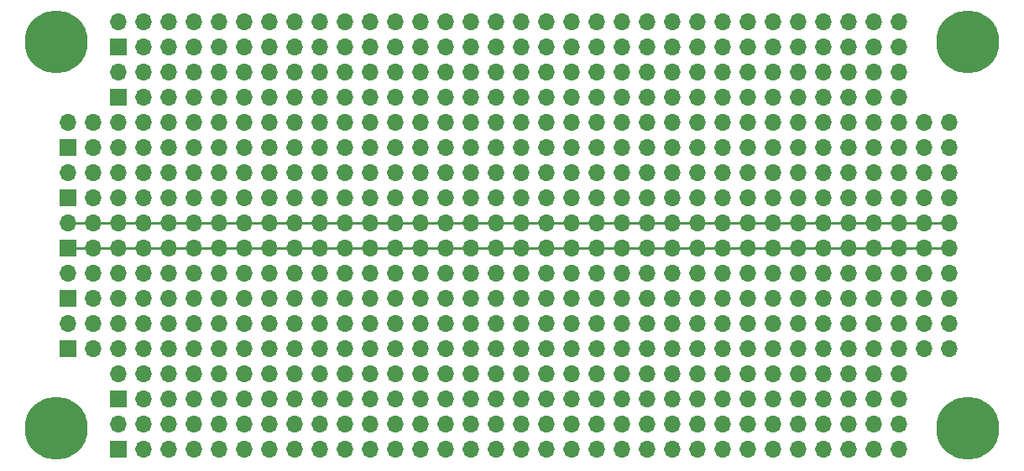
<source format=gtl>
%TF.GenerationSoftware,KiCad,Pcbnew,(6.0.1)*%
%TF.CreationDate,2022-10-05T19:20:55-04:00*%
%TF.ProjectId,MOD-DIY,4d4f442d-4449-4592-9e6b-696361645f70,rev?*%
%TF.SameCoordinates,Original*%
%TF.FileFunction,Copper,L1,Top*%
%TF.FilePolarity,Positive*%
%FSLAX46Y46*%
G04 Gerber Fmt 4.6, Leading zero omitted, Abs format (unit mm)*
G04 Created by KiCad (PCBNEW (6.0.1)) date 2022-10-05 19:20:55*
%MOMM*%
%LPD*%
G01*
G04 APERTURE LIST*
%TA.AperFunction,ComponentPad*%
%ADD10R,1.700000X1.700000*%
%TD*%
%TA.AperFunction,ComponentPad*%
%ADD11O,1.700000X1.700000*%
%TD*%
%TA.AperFunction,ComponentPad*%
%ADD12C,6.350000*%
%TD*%
%TA.AperFunction,Conductor*%
%ADD13C,0.250000*%
%TD*%
G04 APERTURE END LIST*
D10*
%TO.P,J7,1,Pin_1*%
%TO.N,/E01*%
X95250000Y-59690000D03*
D11*
%TO.P,J7,2,Pin_2*%
X95250000Y-57150000D03*
%TO.P,J7,3,Pin_3*%
%TO.N,/E03*%
X97790000Y-59690000D03*
%TO.P,J7,4,Pin_4*%
X97790000Y-57150000D03*
%TO.P,J7,5,Pin_5*%
%TO.N,/N01*%
X100330000Y-59690000D03*
%TO.P,J7,6,Pin_6*%
X100330000Y-57150000D03*
%TO.P,J7,7,Pin_7*%
%TO.N,/N03*%
X102870000Y-59690000D03*
%TO.P,J7,8,Pin_8*%
X102870000Y-57150000D03*
%TO.P,J7,9,Pin_9*%
%TO.N,/N05*%
X105410000Y-59690000D03*
%TO.P,J7,10,Pin_10*%
X105410000Y-57150000D03*
%TO.P,J7,11,Pin_11*%
%TO.N,/N07*%
X107950000Y-59690000D03*
%TO.P,J7,12,Pin_12*%
X107950000Y-57150000D03*
%TO.P,J7,13,Pin_13*%
%TO.N,/N09*%
X110490000Y-59690000D03*
%TO.P,J7,14,Pin_14*%
X110490000Y-57150000D03*
%TO.P,J7,15,Pin_15*%
%TO.N,/N11*%
X113030000Y-59690000D03*
%TO.P,J7,16,Pin_16*%
X113030000Y-57150000D03*
%TO.P,J7,17,Pin_17*%
%TO.N,/N13*%
X115570000Y-59690000D03*
%TO.P,J7,18,Pin_18*%
X115570000Y-57150000D03*
%TO.P,J7,19,Pin_19*%
%TO.N,/N15*%
X118110000Y-59690000D03*
%TO.P,J7,20,Pin_20*%
X118110000Y-57150000D03*
%TO.P,J7,21,Pin_21*%
%TO.N,/N17*%
X120650000Y-59690000D03*
%TO.P,J7,22,Pin_22*%
X120650000Y-57150000D03*
%TO.P,J7,23,Pin_23*%
%TO.N,/N19*%
X123190000Y-59690000D03*
%TO.P,J7,24,Pin_24*%
X123190000Y-57150000D03*
%TO.P,J7,25,Pin_25*%
%TO.N,/N21*%
X125730000Y-59690000D03*
%TO.P,J7,26,Pin_26*%
X125730000Y-57150000D03*
%TO.P,J7,27,Pin_27*%
%TO.N,/N23*%
X128270000Y-59690000D03*
%TO.P,J7,28,Pin_28*%
X128270000Y-57150000D03*
%TO.P,J7,29,Pin_29*%
%TO.N,/N25*%
X130810000Y-59690000D03*
%TO.P,J7,30,Pin_30*%
X130810000Y-57150000D03*
%TO.P,J7,31,Pin_31*%
%TO.N,/N27*%
X133350000Y-59690000D03*
%TO.P,J7,32,Pin_32*%
X133350000Y-57150000D03*
%TO.P,J7,33,Pin_33*%
%TO.N,/N29*%
X135890000Y-59690000D03*
%TO.P,J7,34,Pin_34*%
X135890000Y-57150000D03*
%TO.P,J7,35,Pin_35*%
%TO.N,/N31*%
X138430000Y-59690000D03*
%TO.P,J7,36,Pin_36*%
X138430000Y-57150000D03*
%TO.P,J7,37,Pin_37*%
%TO.N,/N33*%
X140970000Y-59690000D03*
%TO.P,J7,38,Pin_38*%
X140970000Y-57150000D03*
%TO.P,J7,39,Pin_39*%
%TO.N,/N35*%
X143510000Y-59690000D03*
%TO.P,J7,40,Pin_40*%
X143510000Y-57150000D03*
%TO.P,J7,41,Pin_41*%
%TO.N,/N37*%
X146050000Y-59690000D03*
%TO.P,J7,42,Pin_42*%
X146050000Y-57150000D03*
%TO.P,J7,43,Pin_43*%
%TO.N,/N39*%
X148590000Y-59690000D03*
%TO.P,J7,44,Pin_44*%
X148590000Y-57150000D03*
%TO.P,J7,45,Pin_45*%
%TO.N,/N41*%
X151130000Y-59690000D03*
%TO.P,J7,46,Pin_46*%
X151130000Y-57150000D03*
%TO.P,J7,47,Pin_47*%
%TO.N,/N43*%
X153670000Y-59690000D03*
%TO.P,J7,48,Pin_48*%
X153670000Y-57150000D03*
%TO.P,J7,49,Pin_49*%
%TO.N,/N45*%
X156210000Y-59690000D03*
%TO.P,J7,50,Pin_50*%
X156210000Y-57150000D03*
%TO.P,J7,51,Pin_51*%
%TO.N,/N47*%
X158750000Y-59690000D03*
%TO.P,J7,52,Pin_52*%
X158750000Y-57150000D03*
%TO.P,J7,53,Pin_53*%
%TO.N,/N49*%
X161290000Y-59690000D03*
%TO.P,J7,54,Pin_54*%
X161290000Y-57150000D03*
%TO.P,J7,55,Pin_55*%
%TO.N,/N51*%
X163830000Y-59690000D03*
%TO.P,J7,56,Pin_56*%
X163830000Y-57150000D03*
%TO.P,J7,57,Pin_57*%
%TO.N,/N53*%
X166370000Y-59690000D03*
%TO.P,J7,58,Pin_58*%
X166370000Y-57150000D03*
%TO.P,J7,59,Pin_59*%
%TO.N,/N55*%
X168910000Y-59690000D03*
%TO.P,J7,60,Pin_60*%
X168910000Y-57150000D03*
%TO.P,J7,61,Pin_61*%
%TO.N,/N57*%
X171450000Y-59690000D03*
%TO.P,J7,62,Pin_62*%
X171450000Y-57150000D03*
%TO.P,J7,63,Pin_63*%
%TO.N,/N59*%
X173990000Y-59690000D03*
%TO.P,J7,64,Pin_64*%
X173990000Y-57150000D03*
%TO.P,J7,65,Pin_65*%
%TO.N,/N61*%
X176530000Y-59690000D03*
%TO.P,J7,66,Pin_66*%
X176530000Y-57150000D03*
%TO.P,J7,67,Pin_67*%
%TO.N,/N63*%
X179070000Y-59690000D03*
%TO.P,J7,68,Pin_68*%
X179070000Y-57150000D03*
%TO.P,J7,69,Pin_69*%
%TO.N,/E69*%
X181610000Y-59690000D03*
%TO.P,J7,70,Pin_70*%
X181610000Y-57150000D03*
%TO.P,J7,71,Pin_71*%
%TO.N,/E71*%
X184150000Y-59690000D03*
%TO.P,J7,72,Pin_72*%
X184150000Y-57150000D03*
%TD*%
D12*
%TO.P,MTG1,1*%
%TO.N,N/C*%
X94000000Y-83000000D03*
%TD*%
D10*
%TO.P,J4,1,Pin_1*%
%TO.N,/E01*%
X95250000Y-54610000D03*
D11*
%TO.P,J4,2,Pin_2*%
X95250000Y-52070000D03*
%TO.P,J4,3,Pin_3*%
%TO.N,/E03*%
X97790000Y-54610000D03*
%TO.P,J4,4,Pin_4*%
X97790000Y-52070000D03*
%TO.P,J4,5,Pin_5*%
%TO.N,/N01*%
X100330000Y-54610000D03*
%TO.P,J4,6,Pin_6*%
X100330000Y-52070000D03*
%TO.P,J4,7,Pin_7*%
%TO.N,/N03*%
X102870000Y-54610000D03*
%TO.P,J4,8,Pin_8*%
X102870000Y-52070000D03*
%TO.P,J4,9,Pin_9*%
%TO.N,/N05*%
X105410000Y-54610000D03*
%TO.P,J4,10,Pin_10*%
X105410000Y-52070000D03*
%TO.P,J4,11,Pin_11*%
%TO.N,/N07*%
X107950000Y-54610000D03*
%TO.P,J4,12,Pin_12*%
X107950000Y-52070000D03*
%TO.P,J4,13,Pin_13*%
%TO.N,/N09*%
X110490000Y-54610000D03*
%TO.P,J4,14,Pin_14*%
X110490000Y-52070000D03*
%TO.P,J4,15,Pin_15*%
%TO.N,/N11*%
X113030000Y-54610000D03*
%TO.P,J4,16,Pin_16*%
X113030000Y-52070000D03*
%TO.P,J4,17,Pin_17*%
%TO.N,/N13*%
X115570000Y-54610000D03*
%TO.P,J4,18,Pin_18*%
X115570000Y-52070000D03*
%TO.P,J4,19,Pin_19*%
%TO.N,/N15*%
X118110000Y-54610000D03*
%TO.P,J4,20,Pin_20*%
X118110000Y-52070000D03*
%TO.P,J4,21,Pin_21*%
%TO.N,/N17*%
X120650000Y-54610000D03*
%TO.P,J4,22,Pin_22*%
X120650000Y-52070000D03*
%TO.P,J4,23,Pin_23*%
%TO.N,/N19*%
X123190000Y-54610000D03*
%TO.P,J4,24,Pin_24*%
X123190000Y-52070000D03*
%TO.P,J4,25,Pin_25*%
%TO.N,/N21*%
X125730000Y-54610000D03*
%TO.P,J4,26,Pin_26*%
X125730000Y-52070000D03*
%TO.P,J4,27,Pin_27*%
%TO.N,/N23*%
X128270000Y-54610000D03*
%TO.P,J4,28,Pin_28*%
X128270000Y-52070000D03*
%TO.P,J4,29,Pin_29*%
%TO.N,/N25*%
X130810000Y-54610000D03*
%TO.P,J4,30,Pin_30*%
X130810000Y-52070000D03*
%TO.P,J4,31,Pin_31*%
%TO.N,/N27*%
X133350000Y-54610000D03*
%TO.P,J4,32,Pin_32*%
X133350000Y-52070000D03*
%TO.P,J4,33,Pin_33*%
%TO.N,/N29*%
X135890000Y-54610000D03*
%TO.P,J4,34,Pin_34*%
X135890000Y-52070000D03*
%TO.P,J4,35,Pin_35*%
%TO.N,/N31*%
X138430000Y-54610000D03*
%TO.P,J4,36,Pin_36*%
X138430000Y-52070000D03*
%TO.P,J4,37,Pin_37*%
%TO.N,/N33*%
X140970000Y-54610000D03*
%TO.P,J4,38,Pin_38*%
X140970000Y-52070000D03*
%TO.P,J4,39,Pin_39*%
%TO.N,/N35*%
X143510000Y-54610000D03*
%TO.P,J4,40,Pin_40*%
X143510000Y-52070000D03*
%TO.P,J4,41,Pin_41*%
%TO.N,/N37*%
X146050000Y-54610000D03*
%TO.P,J4,42,Pin_42*%
X146050000Y-52070000D03*
%TO.P,J4,43,Pin_43*%
%TO.N,/N39*%
X148590000Y-54610000D03*
%TO.P,J4,44,Pin_44*%
X148590000Y-52070000D03*
%TO.P,J4,45,Pin_45*%
%TO.N,/N41*%
X151130000Y-54610000D03*
%TO.P,J4,46,Pin_46*%
X151130000Y-52070000D03*
%TO.P,J4,47,Pin_47*%
%TO.N,/N43*%
X153670000Y-54610000D03*
%TO.P,J4,48,Pin_48*%
X153670000Y-52070000D03*
%TO.P,J4,49,Pin_49*%
%TO.N,/N45*%
X156210000Y-54610000D03*
%TO.P,J4,50,Pin_50*%
X156210000Y-52070000D03*
%TO.P,J4,51,Pin_51*%
%TO.N,/N47*%
X158750000Y-54610000D03*
%TO.P,J4,52,Pin_52*%
X158750000Y-52070000D03*
%TO.P,J4,53,Pin_53*%
%TO.N,/N49*%
X161290000Y-54610000D03*
%TO.P,J4,54,Pin_54*%
X161290000Y-52070000D03*
%TO.P,J4,55,Pin_55*%
%TO.N,/N51*%
X163830000Y-54610000D03*
%TO.P,J4,56,Pin_56*%
X163830000Y-52070000D03*
%TO.P,J4,57,Pin_57*%
%TO.N,/N53*%
X166370000Y-54610000D03*
%TO.P,J4,58,Pin_58*%
X166370000Y-52070000D03*
%TO.P,J4,59,Pin_59*%
%TO.N,/N55*%
X168910000Y-54610000D03*
%TO.P,J4,60,Pin_60*%
X168910000Y-52070000D03*
%TO.P,J4,61,Pin_61*%
%TO.N,/N57*%
X171450000Y-54610000D03*
%TO.P,J4,62,Pin_62*%
X171450000Y-52070000D03*
%TO.P,J4,63,Pin_63*%
%TO.N,/N59*%
X173990000Y-54610000D03*
%TO.P,J4,64,Pin_64*%
X173990000Y-52070000D03*
%TO.P,J4,65,Pin_65*%
%TO.N,/N61*%
X176530000Y-54610000D03*
%TO.P,J4,66,Pin_66*%
X176530000Y-52070000D03*
%TO.P,J4,67,Pin_67*%
%TO.N,/N63*%
X179070000Y-54610000D03*
%TO.P,J4,68,Pin_68*%
X179070000Y-52070000D03*
%TO.P,J4,69,Pin_69*%
%TO.N,/E69*%
X181610000Y-54610000D03*
%TO.P,J4,70,Pin_70*%
X181610000Y-52070000D03*
%TO.P,J4,71,Pin_71*%
%TO.N,/E71*%
X184150000Y-54610000D03*
%TO.P,J4,72,Pin_72*%
X184150000Y-52070000D03*
%TD*%
D10*
%TO.P,J9,1,Pin_1*%
%TO.N,/N02*%
X100330000Y-80010000D03*
D11*
%TO.P,J9,2,Pin_2*%
X100330000Y-77470000D03*
%TO.P,J9,3,Pin_3*%
%TO.N,/N04*%
X102870000Y-80010000D03*
%TO.P,J9,4,Pin_4*%
X102870000Y-77470000D03*
%TO.P,J9,5,Pin_5*%
%TO.N,/N06*%
X105410000Y-80010000D03*
%TO.P,J9,6,Pin_6*%
X105410000Y-77470000D03*
%TO.P,J9,7,Pin_7*%
%TO.N,/N08*%
X107950000Y-80010000D03*
%TO.P,J9,8,Pin_8*%
X107950000Y-77470000D03*
%TO.P,J9,9,Pin_9*%
%TO.N,/N10*%
X110490000Y-80010000D03*
%TO.P,J9,10,Pin_10*%
X110490000Y-77470000D03*
%TO.P,J9,11,Pin_11*%
%TO.N,/N12*%
X113030000Y-80010000D03*
%TO.P,J9,12,Pin_12*%
X113030000Y-77470000D03*
%TO.P,J9,13,Pin_13*%
%TO.N,/N14*%
X115570000Y-80010000D03*
%TO.P,J9,14,Pin_14*%
X115570000Y-77470000D03*
%TO.P,J9,15,Pin_15*%
%TO.N,/N16*%
X118110000Y-80010000D03*
%TO.P,J9,16,Pin_16*%
X118110000Y-77470000D03*
%TO.P,J9,17,Pin_17*%
%TO.N,/N18*%
X120650000Y-80010000D03*
%TO.P,J9,18,Pin_18*%
X120650000Y-77470000D03*
%TO.P,J9,19,Pin_19*%
%TO.N,/N20*%
X123190000Y-80010000D03*
%TO.P,J9,20,Pin_20*%
X123190000Y-77470000D03*
%TO.P,J9,21,Pin_21*%
%TO.N,/N22*%
X125730000Y-80010000D03*
%TO.P,J9,22,Pin_22*%
X125730000Y-77470000D03*
%TO.P,J9,23,Pin_23*%
%TO.N,/N24*%
X128270000Y-80010000D03*
%TO.P,J9,24,Pin_24*%
X128270000Y-77470000D03*
%TO.P,J9,25,Pin_25*%
%TO.N,/N26*%
X130810000Y-80010000D03*
%TO.P,J9,26,Pin_26*%
X130810000Y-77470000D03*
%TO.P,J9,27,Pin_27*%
%TO.N,/N28*%
X133350000Y-80010000D03*
%TO.P,J9,28,Pin_28*%
X133350000Y-77470000D03*
%TO.P,J9,29,Pin_29*%
%TO.N,/N30*%
X135890000Y-80010000D03*
%TO.P,J9,30,Pin_30*%
X135890000Y-77470000D03*
%TO.P,J9,31,Pin_31*%
%TO.N,/N32*%
X138430000Y-80010000D03*
%TO.P,J9,32,Pin_32*%
X138430000Y-77470000D03*
%TO.P,J9,33,Pin_33*%
%TO.N,/N34*%
X140970000Y-80010000D03*
%TO.P,J9,34,Pin_34*%
X140970000Y-77470000D03*
%TO.P,J9,35,Pin_35*%
%TO.N,/N36*%
X143510000Y-80010000D03*
%TO.P,J9,36,Pin_36*%
X143510000Y-77470000D03*
%TO.P,J9,37,Pin_37*%
%TO.N,/N38*%
X146050000Y-80010000D03*
%TO.P,J9,38,Pin_38*%
X146050000Y-77470000D03*
%TO.P,J9,39,Pin_39*%
%TO.N,/N40*%
X148590000Y-80010000D03*
%TO.P,J9,40,Pin_40*%
X148590000Y-77470000D03*
%TO.P,J9,41,Pin_41*%
%TO.N,/N42*%
X151130000Y-80010000D03*
%TO.P,J9,42,Pin_42*%
X151130000Y-77470000D03*
%TO.P,J9,43,Pin_43*%
%TO.N,/N44*%
X153670000Y-80010000D03*
%TO.P,J9,44,Pin_44*%
X153670000Y-77470000D03*
%TO.P,J9,45,Pin_45*%
%TO.N,/N46*%
X156210000Y-80010000D03*
%TO.P,J9,46,Pin_46*%
X156210000Y-77470000D03*
%TO.P,J9,47,Pin_47*%
%TO.N,/N48*%
X158750000Y-80010000D03*
%TO.P,J9,48,Pin_48*%
X158750000Y-77470000D03*
%TO.P,J9,49,Pin_49*%
%TO.N,/N50*%
X161290000Y-80010000D03*
%TO.P,J9,50,Pin_50*%
X161290000Y-77470000D03*
%TO.P,J9,51,Pin_51*%
%TO.N,/N52*%
X163830000Y-80010000D03*
%TO.P,J9,52,Pin_52*%
X163830000Y-77470000D03*
%TO.P,J9,53,Pin_53*%
%TO.N,/N54*%
X166370000Y-80010000D03*
%TO.P,J9,54,Pin_54*%
X166370000Y-77470000D03*
%TO.P,J9,55,Pin_55*%
%TO.N,/N56*%
X168910000Y-80010000D03*
%TO.P,J9,56,Pin_56*%
X168910000Y-77470000D03*
%TO.P,J9,57,Pin_57*%
%TO.N,/N58*%
X171450000Y-80010000D03*
%TO.P,J9,58,Pin_58*%
X171450000Y-77470000D03*
%TO.P,J9,59,Pin_59*%
%TO.N,/N60*%
X173990000Y-80010000D03*
%TO.P,J9,60,Pin_60*%
X173990000Y-77470000D03*
%TO.P,J9,61,Pin_61*%
%TO.N,/N62*%
X176530000Y-80010000D03*
%TO.P,J9,62,Pin_62*%
X176530000Y-77470000D03*
%TO.P,J9,63,Pin_63*%
%TO.N,/N64*%
X179070000Y-80010000D03*
%TO.P,J9,64,Pin_64*%
X179070000Y-77470000D03*
%TD*%
D10*
%TO.P,J5,1,Pin_1*%
%TO.N,/N01*%
X100330000Y-49530000D03*
D11*
%TO.P,J5,2,Pin_2*%
X100330000Y-46990000D03*
%TO.P,J5,3,Pin_3*%
%TO.N,/N03*%
X102870000Y-49530000D03*
%TO.P,J5,4,Pin_4*%
X102870000Y-46990000D03*
%TO.P,J5,5,Pin_5*%
%TO.N,/N05*%
X105410000Y-49530000D03*
%TO.P,J5,6,Pin_6*%
X105410000Y-46990000D03*
%TO.P,J5,7,Pin_7*%
%TO.N,/N07*%
X107950000Y-49530000D03*
%TO.P,J5,8,Pin_8*%
X107950000Y-46990000D03*
%TO.P,J5,9,Pin_9*%
%TO.N,/N09*%
X110490000Y-49530000D03*
%TO.P,J5,10,Pin_10*%
X110490000Y-46990000D03*
%TO.P,J5,11,Pin_11*%
%TO.N,/N11*%
X113030000Y-49530000D03*
%TO.P,J5,12,Pin_12*%
X113030000Y-46990000D03*
%TO.P,J5,13,Pin_13*%
%TO.N,/N13*%
X115570000Y-49530000D03*
%TO.P,J5,14,Pin_14*%
X115570000Y-46990000D03*
%TO.P,J5,15,Pin_15*%
%TO.N,/N15*%
X118110000Y-49530000D03*
%TO.P,J5,16,Pin_16*%
X118110000Y-46990000D03*
%TO.P,J5,17,Pin_17*%
%TO.N,/N17*%
X120650000Y-49530000D03*
%TO.P,J5,18,Pin_18*%
X120650000Y-46990000D03*
%TO.P,J5,19,Pin_19*%
%TO.N,/N19*%
X123190000Y-49530000D03*
%TO.P,J5,20,Pin_20*%
X123190000Y-46990000D03*
%TO.P,J5,21,Pin_21*%
%TO.N,/N21*%
X125730000Y-49530000D03*
%TO.P,J5,22,Pin_22*%
X125730000Y-46990000D03*
%TO.P,J5,23,Pin_23*%
%TO.N,/N23*%
X128270000Y-49530000D03*
%TO.P,J5,24,Pin_24*%
X128270000Y-46990000D03*
%TO.P,J5,25,Pin_25*%
%TO.N,/N25*%
X130810000Y-49530000D03*
%TO.P,J5,26,Pin_26*%
X130810000Y-46990000D03*
%TO.P,J5,27,Pin_27*%
%TO.N,/N27*%
X133350000Y-49530000D03*
%TO.P,J5,28,Pin_28*%
X133350000Y-46990000D03*
%TO.P,J5,29,Pin_29*%
%TO.N,/N29*%
X135890000Y-49530000D03*
%TO.P,J5,30,Pin_30*%
X135890000Y-46990000D03*
%TO.P,J5,31,Pin_31*%
%TO.N,/N31*%
X138430000Y-49530000D03*
%TO.P,J5,32,Pin_32*%
X138430000Y-46990000D03*
%TO.P,J5,33,Pin_33*%
%TO.N,/N33*%
X140970000Y-49530000D03*
%TO.P,J5,34,Pin_34*%
X140970000Y-46990000D03*
%TO.P,J5,35,Pin_35*%
%TO.N,/N35*%
X143510000Y-49530000D03*
%TO.P,J5,36,Pin_36*%
X143510000Y-46990000D03*
%TO.P,J5,37,Pin_37*%
%TO.N,/N37*%
X146050000Y-49530000D03*
%TO.P,J5,38,Pin_38*%
X146050000Y-46990000D03*
%TO.P,J5,39,Pin_39*%
%TO.N,/N39*%
X148590000Y-49530000D03*
%TO.P,J5,40,Pin_40*%
X148590000Y-46990000D03*
%TO.P,J5,41,Pin_41*%
%TO.N,/N41*%
X151130000Y-49530000D03*
%TO.P,J5,42,Pin_42*%
X151130000Y-46990000D03*
%TO.P,J5,43,Pin_43*%
%TO.N,/N43*%
X153670000Y-49530000D03*
%TO.P,J5,44,Pin_44*%
X153670000Y-46990000D03*
%TO.P,J5,45,Pin_45*%
%TO.N,/N45*%
X156210000Y-49530000D03*
%TO.P,J5,46,Pin_46*%
X156210000Y-46990000D03*
%TO.P,J5,47,Pin_47*%
%TO.N,/N47*%
X158750000Y-49530000D03*
%TO.P,J5,48,Pin_48*%
X158750000Y-46990000D03*
%TO.P,J5,49,Pin_49*%
%TO.N,/N49*%
X161290000Y-49530000D03*
%TO.P,J5,50,Pin_50*%
X161290000Y-46990000D03*
%TO.P,J5,51,Pin_51*%
%TO.N,/N51*%
X163830000Y-49530000D03*
%TO.P,J5,52,Pin_52*%
X163830000Y-46990000D03*
%TO.P,J5,53,Pin_53*%
%TO.N,/N53*%
X166370000Y-49530000D03*
%TO.P,J5,54,Pin_54*%
X166370000Y-46990000D03*
%TO.P,J5,55,Pin_55*%
%TO.N,/N55*%
X168910000Y-49530000D03*
%TO.P,J5,56,Pin_56*%
X168910000Y-46990000D03*
%TO.P,J5,57,Pin_57*%
%TO.N,/N57*%
X171450000Y-49530000D03*
%TO.P,J5,58,Pin_58*%
X171450000Y-46990000D03*
%TO.P,J5,59,Pin_59*%
%TO.N,/N59*%
X173990000Y-49530000D03*
%TO.P,J5,60,Pin_60*%
X173990000Y-46990000D03*
%TO.P,J5,61,Pin_61*%
%TO.N,/N61*%
X176530000Y-49530000D03*
%TO.P,J5,62,Pin_62*%
X176530000Y-46990000D03*
%TO.P,J5,63,Pin_63*%
%TO.N,/N63*%
X179070000Y-49530000D03*
%TO.P,J5,64,Pin_64*%
X179070000Y-46990000D03*
%TD*%
D12*
%TO.P,MTG3,1*%
%TO.N,N/C*%
X94000000Y-44000000D03*
%TD*%
D10*
%TO.P,J8,1,Pin_1*%
%TO.N,/E02*%
X95250000Y-69850000D03*
D11*
%TO.P,J8,2,Pin_2*%
X95250000Y-67310000D03*
%TO.P,J8,3,Pin_3*%
%TO.N,/E04*%
X97790000Y-69850000D03*
%TO.P,J8,4,Pin_4*%
X97790000Y-67310000D03*
%TO.P,J8,5,Pin_5*%
%TO.N,/N02*%
X100330000Y-69850000D03*
%TO.P,J8,6,Pin_6*%
X100330000Y-67310000D03*
%TO.P,J8,7,Pin_7*%
%TO.N,/N04*%
X102870000Y-69850000D03*
%TO.P,J8,8,Pin_8*%
X102870000Y-67310000D03*
%TO.P,J8,9,Pin_9*%
%TO.N,/N06*%
X105410000Y-69850000D03*
%TO.P,J8,10,Pin_10*%
X105410000Y-67310000D03*
%TO.P,J8,11,Pin_11*%
%TO.N,/N08*%
X107950000Y-69850000D03*
%TO.P,J8,12,Pin_12*%
X107950000Y-67310000D03*
%TO.P,J8,13,Pin_13*%
%TO.N,/N10*%
X110490000Y-69850000D03*
%TO.P,J8,14,Pin_14*%
X110490000Y-67310000D03*
%TO.P,J8,15,Pin_15*%
%TO.N,/N12*%
X113030000Y-69850000D03*
%TO.P,J8,16,Pin_16*%
X113030000Y-67310000D03*
%TO.P,J8,17,Pin_17*%
%TO.N,/N14*%
X115570000Y-69850000D03*
%TO.P,J8,18,Pin_18*%
X115570000Y-67310000D03*
%TO.P,J8,19,Pin_19*%
%TO.N,/N16*%
X118110000Y-69850000D03*
%TO.P,J8,20,Pin_20*%
X118110000Y-67310000D03*
%TO.P,J8,21,Pin_21*%
%TO.N,/N18*%
X120650000Y-69850000D03*
%TO.P,J8,22,Pin_22*%
X120650000Y-67310000D03*
%TO.P,J8,23,Pin_23*%
%TO.N,/N20*%
X123190000Y-69850000D03*
%TO.P,J8,24,Pin_24*%
X123190000Y-67310000D03*
%TO.P,J8,25,Pin_25*%
%TO.N,/N22*%
X125730000Y-69850000D03*
%TO.P,J8,26,Pin_26*%
X125730000Y-67310000D03*
%TO.P,J8,27,Pin_27*%
%TO.N,/N24*%
X128270000Y-69850000D03*
%TO.P,J8,28,Pin_28*%
X128270000Y-67310000D03*
%TO.P,J8,29,Pin_29*%
%TO.N,/N26*%
X130810000Y-69850000D03*
%TO.P,J8,30,Pin_30*%
X130810000Y-67310000D03*
%TO.P,J8,31,Pin_31*%
%TO.N,/N28*%
X133350000Y-69850000D03*
%TO.P,J8,32,Pin_32*%
X133350000Y-67310000D03*
%TO.P,J8,33,Pin_33*%
%TO.N,/N30*%
X135890000Y-69850000D03*
%TO.P,J8,34,Pin_34*%
X135890000Y-67310000D03*
%TO.P,J8,35,Pin_35*%
%TO.N,/N32*%
X138430000Y-69850000D03*
%TO.P,J8,36,Pin_36*%
X138430000Y-67310000D03*
%TO.P,J8,37,Pin_37*%
%TO.N,/N34*%
X140970000Y-69850000D03*
%TO.P,J8,38,Pin_38*%
X140970000Y-67310000D03*
%TO.P,J8,39,Pin_39*%
%TO.N,/N36*%
X143510000Y-69850000D03*
%TO.P,J8,40,Pin_40*%
X143510000Y-67310000D03*
%TO.P,J8,41,Pin_41*%
%TO.N,/N38*%
X146050000Y-69850000D03*
%TO.P,J8,42,Pin_42*%
X146050000Y-67310000D03*
%TO.P,J8,43,Pin_43*%
%TO.N,/N40*%
X148590000Y-69850000D03*
%TO.P,J8,44,Pin_44*%
X148590000Y-67310000D03*
%TO.P,J8,45,Pin_45*%
%TO.N,/N42*%
X151130000Y-69850000D03*
%TO.P,J8,46,Pin_46*%
X151130000Y-67310000D03*
%TO.P,J8,47,Pin_47*%
%TO.N,/N44*%
X153670000Y-69850000D03*
%TO.P,J8,48,Pin_48*%
X153670000Y-67310000D03*
%TO.P,J8,49,Pin_49*%
%TO.N,/N46*%
X156210000Y-69850000D03*
%TO.P,J8,50,Pin_50*%
X156210000Y-67310000D03*
%TO.P,J8,51,Pin_51*%
%TO.N,/N48*%
X158750000Y-69850000D03*
%TO.P,J8,52,Pin_52*%
X158750000Y-67310000D03*
%TO.P,J8,53,Pin_53*%
%TO.N,/N50*%
X161290000Y-69850000D03*
%TO.P,J8,54,Pin_54*%
X161290000Y-67310000D03*
%TO.P,J8,55,Pin_55*%
%TO.N,/N52*%
X163830000Y-69850000D03*
%TO.P,J8,56,Pin_56*%
X163830000Y-67310000D03*
%TO.P,J8,57,Pin_57*%
%TO.N,/N54*%
X166370000Y-69850000D03*
%TO.P,J8,58,Pin_58*%
X166370000Y-67310000D03*
%TO.P,J8,59,Pin_59*%
%TO.N,/N56*%
X168910000Y-69850000D03*
%TO.P,J8,60,Pin_60*%
X168910000Y-67310000D03*
%TO.P,J8,61,Pin_61*%
%TO.N,/N58*%
X171450000Y-69850000D03*
%TO.P,J8,62,Pin_62*%
X171450000Y-67310000D03*
%TO.P,J8,63,Pin_63*%
%TO.N,/N60*%
X173990000Y-69850000D03*
%TO.P,J8,64,Pin_64*%
X173990000Y-67310000D03*
%TO.P,J8,65,Pin_65*%
%TO.N,/N62*%
X176530000Y-69850000D03*
%TO.P,J8,66,Pin_66*%
X176530000Y-67310000D03*
%TO.P,J8,67,Pin_67*%
%TO.N,/N64*%
X179070000Y-69850000D03*
%TO.P,J8,68,Pin_68*%
X179070000Y-67310000D03*
%TO.P,J8,69,Pin_69*%
%TO.N,/E70*%
X181610000Y-69850000D03*
%TO.P,J8,70,Pin_70*%
X181610000Y-67310000D03*
%TO.P,J8,71,Pin_71*%
%TO.N,/E72*%
X184150000Y-69850000D03*
%TO.P,J8,72,Pin_72*%
X184150000Y-67310000D03*
%TD*%
D10*
%TO.P,J1,1,Pin_1*%
%TO.N,Net-(J1-Pad53)*%
X95250000Y-64770000D03*
D11*
%TO.P,J1,2,Pin_2*%
%TO.N,Net-(J1-Pad58)*%
X95250000Y-62230000D03*
%TO.P,J1,3,Pin_3*%
%TO.N,Net-(J1-Pad53)*%
X97790000Y-64770000D03*
%TO.P,J1,4,Pin_4*%
%TO.N,Net-(J1-Pad58)*%
X97790000Y-62230000D03*
%TO.P,J1,5,Pin_5*%
%TO.N,Net-(J1-Pad53)*%
X100330000Y-64770000D03*
%TO.P,J1,6,Pin_6*%
%TO.N,Net-(J1-Pad58)*%
X100330000Y-62230000D03*
%TO.P,J1,7,Pin_7*%
%TO.N,Net-(J1-Pad53)*%
X102870000Y-64770000D03*
%TO.P,J1,8,Pin_8*%
%TO.N,Net-(J1-Pad58)*%
X102870000Y-62230000D03*
%TO.P,J1,9,Pin_9*%
%TO.N,Net-(J1-Pad53)*%
X105410000Y-64770000D03*
%TO.P,J1,10,Pin_10*%
%TO.N,Net-(J1-Pad58)*%
X105410000Y-62230000D03*
%TO.P,J1,11,Pin_11*%
%TO.N,Net-(J1-Pad53)*%
X107950000Y-64770000D03*
%TO.P,J1,12,Pin_12*%
%TO.N,Net-(J1-Pad58)*%
X107950000Y-62230000D03*
%TO.P,J1,13,Pin_13*%
%TO.N,Net-(J1-Pad53)*%
X110490000Y-64770000D03*
%TO.P,J1,14,Pin_14*%
%TO.N,Net-(J1-Pad58)*%
X110490000Y-62230000D03*
%TO.P,J1,15,Pin_15*%
%TO.N,Net-(J1-Pad53)*%
X113030000Y-64770000D03*
%TO.P,J1,16,Pin_16*%
%TO.N,Net-(J1-Pad58)*%
X113030000Y-62230000D03*
%TO.P,J1,17,Pin_17*%
%TO.N,Net-(J1-Pad53)*%
X115570000Y-64770000D03*
%TO.P,J1,18,Pin_18*%
%TO.N,Net-(J1-Pad58)*%
X115570000Y-62230000D03*
%TO.P,J1,19,Pin_19*%
%TO.N,Net-(J1-Pad53)*%
X118110000Y-64770000D03*
%TO.P,J1,20,Pin_20*%
%TO.N,Net-(J1-Pad58)*%
X118110000Y-62230000D03*
%TO.P,J1,21,Pin_21*%
%TO.N,Net-(J1-Pad53)*%
X120650000Y-64770000D03*
%TO.P,J1,22,Pin_22*%
%TO.N,Net-(J1-Pad58)*%
X120650000Y-62230000D03*
%TO.P,J1,23,Pin_23*%
%TO.N,Net-(J1-Pad53)*%
X123190000Y-64770000D03*
%TO.P,J1,24,Pin_24*%
%TO.N,Net-(J1-Pad58)*%
X123190000Y-62230000D03*
%TO.P,J1,25,Pin_25*%
%TO.N,Net-(J1-Pad53)*%
X125730000Y-64770000D03*
%TO.P,J1,26,Pin_26*%
%TO.N,Net-(J1-Pad58)*%
X125730000Y-62230000D03*
%TO.P,J1,27,Pin_27*%
%TO.N,Net-(J1-Pad53)*%
X128270000Y-64770000D03*
%TO.P,J1,28,Pin_28*%
%TO.N,Net-(J1-Pad58)*%
X128270000Y-62230000D03*
%TO.P,J1,29,Pin_29*%
%TO.N,Net-(J1-Pad53)*%
X130810000Y-64770000D03*
%TO.P,J1,30,Pin_30*%
%TO.N,Net-(J1-Pad58)*%
X130810000Y-62230000D03*
%TO.P,J1,31,Pin_31*%
%TO.N,Net-(J1-Pad53)*%
X133350000Y-64770000D03*
%TO.P,J1,32,Pin_32*%
%TO.N,Net-(J1-Pad58)*%
X133350000Y-62230000D03*
%TO.P,J1,33,Pin_33*%
%TO.N,Net-(J1-Pad53)*%
X135890000Y-64770000D03*
%TO.P,J1,34,Pin_34*%
%TO.N,Net-(J1-Pad58)*%
X135890000Y-62230000D03*
%TO.P,J1,35,Pin_35*%
%TO.N,Net-(J1-Pad53)*%
X138430000Y-64770000D03*
%TO.P,J1,36,Pin_36*%
%TO.N,Net-(J1-Pad58)*%
X138430000Y-62230000D03*
%TO.P,J1,37,Pin_37*%
%TO.N,Net-(J1-Pad53)*%
X140970000Y-64770000D03*
%TO.P,J1,38,Pin_38*%
%TO.N,Net-(J1-Pad58)*%
X140970000Y-62230000D03*
%TO.P,J1,39,Pin_39*%
%TO.N,Net-(J1-Pad53)*%
X143510000Y-64770000D03*
%TO.P,J1,40,Pin_40*%
%TO.N,Net-(J1-Pad58)*%
X143510000Y-62230000D03*
%TO.P,J1,41,Pin_41*%
%TO.N,Net-(J1-Pad53)*%
X146050000Y-64770000D03*
%TO.P,J1,42,Pin_42*%
%TO.N,Net-(J1-Pad58)*%
X146050000Y-62230000D03*
%TO.P,J1,43,Pin_43*%
%TO.N,Net-(J1-Pad53)*%
X148590000Y-64770000D03*
%TO.P,J1,44,Pin_44*%
%TO.N,Net-(J1-Pad58)*%
X148590000Y-62230000D03*
%TO.P,J1,45,Pin_45*%
%TO.N,Net-(J1-Pad53)*%
X151130000Y-64770000D03*
%TO.P,J1,46,Pin_46*%
%TO.N,Net-(J1-Pad58)*%
X151130000Y-62230000D03*
%TO.P,J1,47,Pin_47*%
%TO.N,Net-(J1-Pad53)*%
X153670000Y-64770000D03*
%TO.P,J1,48,Pin_48*%
%TO.N,Net-(J1-Pad58)*%
X153670000Y-62230000D03*
%TO.P,J1,49,Pin_49*%
%TO.N,Net-(J1-Pad53)*%
X156210000Y-64770000D03*
%TO.P,J1,50,Pin_50*%
%TO.N,Net-(J1-Pad58)*%
X156210000Y-62230000D03*
%TO.P,J1,51,Pin_51*%
%TO.N,Net-(J1-Pad53)*%
X158750000Y-64770000D03*
%TO.P,J1,52,Pin_52*%
%TO.N,Net-(J1-Pad58)*%
X158750000Y-62230000D03*
%TO.P,J1,53,Pin_53*%
%TO.N,Net-(J1-Pad53)*%
X161290000Y-64770000D03*
%TO.P,J1,54,Pin_54*%
%TO.N,Net-(J1-Pad58)*%
X161290000Y-62230000D03*
%TO.P,J1,55,Pin_55*%
%TO.N,Net-(J1-Pad53)*%
X163830000Y-64770000D03*
%TO.P,J1,56,Pin_56*%
%TO.N,Net-(J1-Pad58)*%
X163830000Y-62230000D03*
%TO.P,J1,57,Pin_57*%
%TO.N,Net-(J1-Pad53)*%
X166370000Y-64770000D03*
%TO.P,J1,58,Pin_58*%
%TO.N,Net-(J1-Pad58)*%
X166370000Y-62230000D03*
%TO.P,J1,59,Pin_59*%
%TO.N,Net-(J1-Pad53)*%
X168910000Y-64770000D03*
%TO.P,J1,60,Pin_60*%
%TO.N,Net-(J1-Pad58)*%
X168910000Y-62230000D03*
%TO.P,J1,61,Pin_61*%
%TO.N,Net-(J1-Pad53)*%
X171450000Y-64770000D03*
%TO.P,J1,62,Pin_62*%
%TO.N,Net-(J1-Pad58)*%
X171450000Y-62230000D03*
%TO.P,J1,63,Pin_63*%
%TO.N,Net-(J1-Pad53)*%
X173990000Y-64770000D03*
%TO.P,J1,64,Pin_64*%
%TO.N,Net-(J1-Pad58)*%
X173990000Y-62230000D03*
%TO.P,J1,65,Pin_65*%
%TO.N,Net-(J1-Pad53)*%
X176530000Y-64770000D03*
%TO.P,J1,66,Pin_66*%
%TO.N,Net-(J1-Pad58)*%
X176530000Y-62230000D03*
%TO.P,J1,67,Pin_67*%
%TO.N,Net-(J1-Pad53)*%
X179070000Y-64770000D03*
%TO.P,J1,68,Pin_68*%
%TO.N,Net-(J1-Pad58)*%
X179070000Y-62230000D03*
%TO.P,J1,69,Pin_69*%
%TO.N,Net-(J1-Pad53)*%
X181610000Y-64770000D03*
%TO.P,J1,70,Pin_70*%
%TO.N,Net-(J1-Pad58)*%
X181610000Y-62230000D03*
%TO.P,J1,71,Pin_71*%
%TO.N,Net-(J1-Pad53)*%
X184150000Y-64770000D03*
%TO.P,J1,72,Pin_72*%
%TO.N,Net-(J1-Pad58)*%
X184150000Y-62230000D03*
%TD*%
D10*
%TO.P,J2,1,Pin_1*%
%TO.N,/N01*%
X100324996Y-44450000D03*
D11*
%TO.P,J2,2,Pin_2*%
%TO.N,/N02*%
X100324996Y-41910000D03*
%TO.P,J2,3,Pin_3*%
%TO.N,/N03*%
X102864996Y-44450000D03*
%TO.P,J2,4,Pin_4*%
%TO.N,/N04*%
X102864996Y-41910000D03*
%TO.P,J2,5,Pin_5*%
%TO.N,/N05*%
X105404996Y-44450000D03*
%TO.P,J2,6,Pin_6*%
%TO.N,/N06*%
X105404996Y-41910000D03*
%TO.P,J2,7,Pin_7*%
%TO.N,/N07*%
X107944996Y-44450000D03*
%TO.P,J2,8,Pin_8*%
%TO.N,/N08*%
X107944996Y-41910000D03*
%TO.P,J2,9,Pin_9*%
%TO.N,/N09*%
X110484996Y-44450000D03*
%TO.P,J2,10,Pin_10*%
%TO.N,/N10*%
X110484996Y-41910000D03*
%TO.P,J2,11,Pin_11*%
%TO.N,/N11*%
X113024996Y-44450000D03*
%TO.P,J2,12,Pin_12*%
%TO.N,/N12*%
X113024996Y-41910000D03*
%TO.P,J2,13,Pin_13*%
%TO.N,/N13*%
X115564996Y-44450000D03*
%TO.P,J2,14,Pin_14*%
%TO.N,/N14*%
X115564996Y-41910000D03*
%TO.P,J2,15,Pin_15*%
%TO.N,/N15*%
X118104996Y-44450000D03*
%TO.P,J2,16,Pin_16*%
%TO.N,/N16*%
X118104996Y-41910000D03*
%TO.P,J2,17,Pin_17*%
%TO.N,/N17*%
X120644996Y-44450000D03*
%TO.P,J2,18,Pin_18*%
%TO.N,/N18*%
X120644996Y-41910000D03*
%TO.P,J2,19,Pin_19*%
%TO.N,/N19*%
X123184996Y-44450000D03*
%TO.P,J2,20,Pin_20*%
%TO.N,/N20*%
X123184996Y-41910000D03*
%TO.P,J2,21,Pin_21*%
%TO.N,/N21*%
X125724996Y-44450000D03*
%TO.P,J2,22,Pin_22*%
%TO.N,/N22*%
X125724996Y-41910000D03*
%TO.P,J2,23,Pin_23*%
%TO.N,/N23*%
X128264996Y-44450000D03*
%TO.P,J2,24,Pin_24*%
%TO.N,/N24*%
X128264996Y-41910000D03*
%TO.P,J2,25,Pin_25*%
%TO.N,/N25*%
X130804996Y-44450000D03*
%TO.P,J2,26,Pin_26*%
%TO.N,/N26*%
X130804996Y-41910000D03*
%TO.P,J2,27,Pin_27*%
%TO.N,/N27*%
X133344996Y-44450000D03*
%TO.P,J2,28,Pin_28*%
%TO.N,/N28*%
X133344996Y-41910000D03*
%TO.P,J2,29,Pin_29*%
%TO.N,/N29*%
X135884996Y-44450000D03*
%TO.P,J2,30,Pin_30*%
%TO.N,/N30*%
X135884996Y-41910000D03*
%TO.P,J2,31,Pin_31*%
%TO.N,/N31*%
X138424996Y-44450000D03*
%TO.P,J2,32,Pin_32*%
%TO.N,/N32*%
X138424996Y-41910000D03*
%TO.P,J2,33,Pin_33*%
%TO.N,/N33*%
X140964996Y-44450000D03*
%TO.P,J2,34,Pin_34*%
%TO.N,/N34*%
X140964996Y-41910000D03*
%TO.P,J2,35,Pin_35*%
%TO.N,/N35*%
X143504996Y-44450000D03*
%TO.P,J2,36,Pin_36*%
%TO.N,/N36*%
X143504996Y-41910000D03*
%TO.P,J2,37,Pin_37*%
%TO.N,/N37*%
X146044996Y-44450000D03*
%TO.P,J2,38,Pin_38*%
%TO.N,/N38*%
X146044996Y-41910000D03*
%TO.P,J2,39,Pin_39*%
%TO.N,/N39*%
X148584996Y-44450000D03*
%TO.P,J2,40,Pin_40*%
%TO.N,/N40*%
X148584996Y-41910000D03*
%TO.P,J2,41,Pin_41*%
%TO.N,/N41*%
X151124996Y-44450000D03*
%TO.P,J2,42,Pin_42*%
%TO.N,/N42*%
X151124996Y-41910000D03*
%TO.P,J2,43,Pin_43*%
%TO.N,/N43*%
X153664996Y-44450000D03*
%TO.P,J2,44,Pin_44*%
%TO.N,/N44*%
X153664996Y-41910000D03*
%TO.P,J2,45,Pin_45*%
%TO.N,/N45*%
X156204996Y-44450000D03*
%TO.P,J2,46,Pin_46*%
%TO.N,/N46*%
X156204996Y-41910000D03*
%TO.P,J2,47,Pin_47*%
%TO.N,/N47*%
X158744996Y-44450000D03*
%TO.P,J2,48,Pin_48*%
%TO.N,/N48*%
X158744996Y-41910000D03*
%TO.P,J2,49,Pin_49*%
%TO.N,/N49*%
X161284996Y-44450000D03*
%TO.P,J2,50,Pin_50*%
%TO.N,/N50*%
X161284996Y-41910000D03*
%TO.P,J2,51,Pin_51*%
%TO.N,/N51*%
X163824996Y-44450000D03*
%TO.P,J2,52,Pin_52*%
%TO.N,/N52*%
X163824996Y-41910000D03*
%TO.P,J2,53,Pin_53*%
%TO.N,/N53*%
X166364996Y-44450000D03*
%TO.P,J2,54,Pin_54*%
%TO.N,/N54*%
X166364996Y-41910000D03*
%TO.P,J2,55,Pin_55*%
%TO.N,/N55*%
X168904996Y-44450000D03*
%TO.P,J2,56,Pin_56*%
%TO.N,/N56*%
X168904996Y-41910000D03*
%TO.P,J2,57,Pin_57*%
%TO.N,/N57*%
X171444996Y-44450000D03*
%TO.P,J2,58,Pin_58*%
%TO.N,/N58*%
X171444996Y-41910000D03*
%TO.P,J2,59,Pin_59*%
%TO.N,/N59*%
X173984996Y-44450000D03*
%TO.P,J2,60,Pin_60*%
%TO.N,/N60*%
X173984996Y-41910000D03*
%TO.P,J2,61,Pin_61*%
%TO.N,/N61*%
X176524996Y-44450000D03*
%TO.P,J2,62,Pin_62*%
%TO.N,/N62*%
X176524996Y-41910000D03*
%TO.P,J2,63,Pin_63*%
%TO.N,/N63*%
X179064996Y-44450000D03*
%TO.P,J2,64,Pin_64*%
%TO.N,/N64*%
X179064996Y-41910000D03*
%TD*%
D10*
%TO.P,J6,1,Pin_1*%
%TO.N,/E02*%
X95250000Y-74930000D03*
D11*
%TO.P,J6,2,Pin_2*%
X95250000Y-72390000D03*
%TO.P,J6,3,Pin_3*%
%TO.N,/E04*%
X97790000Y-74930000D03*
%TO.P,J6,4,Pin_4*%
X97790000Y-72390000D03*
%TO.P,J6,5,Pin_5*%
%TO.N,/N02*%
X100330000Y-74930000D03*
%TO.P,J6,6,Pin_6*%
X100330000Y-72390000D03*
%TO.P,J6,7,Pin_7*%
%TO.N,/N04*%
X102870000Y-74930000D03*
%TO.P,J6,8,Pin_8*%
X102870000Y-72390000D03*
%TO.P,J6,9,Pin_9*%
%TO.N,/N06*%
X105410000Y-74930000D03*
%TO.P,J6,10,Pin_10*%
X105410000Y-72390000D03*
%TO.P,J6,11,Pin_11*%
%TO.N,/N08*%
X107950000Y-74930000D03*
%TO.P,J6,12,Pin_12*%
X107950000Y-72390000D03*
%TO.P,J6,13,Pin_13*%
%TO.N,/N10*%
X110490000Y-74930000D03*
%TO.P,J6,14,Pin_14*%
X110490000Y-72390000D03*
%TO.P,J6,15,Pin_15*%
%TO.N,/N12*%
X113030000Y-74930000D03*
%TO.P,J6,16,Pin_16*%
X113030000Y-72390000D03*
%TO.P,J6,17,Pin_17*%
%TO.N,/N14*%
X115570000Y-74930000D03*
%TO.P,J6,18,Pin_18*%
X115570000Y-72390000D03*
%TO.P,J6,19,Pin_19*%
%TO.N,/N16*%
X118110000Y-74930000D03*
%TO.P,J6,20,Pin_20*%
X118110000Y-72390000D03*
%TO.P,J6,21,Pin_21*%
%TO.N,/N18*%
X120650000Y-74930000D03*
%TO.P,J6,22,Pin_22*%
X120650000Y-72390000D03*
%TO.P,J6,23,Pin_23*%
%TO.N,/N20*%
X123190000Y-74930000D03*
%TO.P,J6,24,Pin_24*%
X123190000Y-72390000D03*
%TO.P,J6,25,Pin_25*%
%TO.N,/N22*%
X125730000Y-74930000D03*
%TO.P,J6,26,Pin_26*%
X125730000Y-72390000D03*
%TO.P,J6,27,Pin_27*%
%TO.N,/N24*%
X128270000Y-74930000D03*
%TO.P,J6,28,Pin_28*%
X128270000Y-72390000D03*
%TO.P,J6,29,Pin_29*%
%TO.N,/N26*%
X130810000Y-74930000D03*
%TO.P,J6,30,Pin_30*%
X130810000Y-72390000D03*
%TO.P,J6,31,Pin_31*%
%TO.N,/N28*%
X133350000Y-74930000D03*
%TO.P,J6,32,Pin_32*%
X133350000Y-72390000D03*
%TO.P,J6,33,Pin_33*%
%TO.N,/N30*%
X135890000Y-74930000D03*
%TO.P,J6,34,Pin_34*%
X135890000Y-72390000D03*
%TO.P,J6,35,Pin_35*%
%TO.N,/N32*%
X138430000Y-74930000D03*
%TO.P,J6,36,Pin_36*%
X138430000Y-72390000D03*
%TO.P,J6,37,Pin_37*%
%TO.N,/N34*%
X140970000Y-74930000D03*
%TO.P,J6,38,Pin_38*%
X140970000Y-72390000D03*
%TO.P,J6,39,Pin_39*%
%TO.N,/N36*%
X143510000Y-74930000D03*
%TO.P,J6,40,Pin_40*%
X143510000Y-72390000D03*
%TO.P,J6,41,Pin_41*%
%TO.N,/N38*%
X146050000Y-74930000D03*
%TO.P,J6,42,Pin_42*%
X146050000Y-72390000D03*
%TO.P,J6,43,Pin_43*%
%TO.N,/N40*%
X148590000Y-74930000D03*
%TO.P,J6,44,Pin_44*%
X148590000Y-72390000D03*
%TO.P,J6,45,Pin_45*%
%TO.N,/N42*%
X151130000Y-74930000D03*
%TO.P,J6,46,Pin_46*%
X151130000Y-72390000D03*
%TO.P,J6,47,Pin_47*%
%TO.N,/N44*%
X153670000Y-74930000D03*
%TO.P,J6,48,Pin_48*%
X153670000Y-72390000D03*
%TO.P,J6,49,Pin_49*%
%TO.N,/N46*%
X156210000Y-74930000D03*
%TO.P,J6,50,Pin_50*%
X156210000Y-72390000D03*
%TO.P,J6,51,Pin_51*%
%TO.N,/N48*%
X158750000Y-74930000D03*
%TO.P,J6,52,Pin_52*%
X158750000Y-72390000D03*
%TO.P,J6,53,Pin_53*%
%TO.N,/N50*%
X161290000Y-74930000D03*
%TO.P,J6,54,Pin_54*%
X161290000Y-72390000D03*
%TO.P,J6,55,Pin_55*%
%TO.N,/N52*%
X163830000Y-74930000D03*
%TO.P,J6,56,Pin_56*%
X163830000Y-72390000D03*
%TO.P,J6,57,Pin_57*%
%TO.N,/N54*%
X166370000Y-74930000D03*
%TO.P,J6,58,Pin_58*%
X166370000Y-72390000D03*
%TO.P,J6,59,Pin_59*%
%TO.N,/N56*%
X168910000Y-74930000D03*
%TO.P,J6,60,Pin_60*%
X168910000Y-72390000D03*
%TO.P,J6,61,Pin_61*%
%TO.N,/N58*%
X171450000Y-74930000D03*
%TO.P,J6,62,Pin_62*%
X171450000Y-72390000D03*
%TO.P,J6,63,Pin_63*%
%TO.N,/N60*%
X173990000Y-74930000D03*
%TO.P,J6,64,Pin_64*%
X173990000Y-72390000D03*
%TO.P,J6,65,Pin_65*%
%TO.N,/N62*%
X176530000Y-74930000D03*
%TO.P,J6,66,Pin_66*%
X176530000Y-72390000D03*
%TO.P,J6,67,Pin_67*%
%TO.N,/N64*%
X179070000Y-74930000D03*
%TO.P,J6,68,Pin_68*%
X179070000Y-72390000D03*
%TO.P,J6,69,Pin_69*%
%TO.N,/E70*%
X181610000Y-74930000D03*
%TO.P,J6,70,Pin_70*%
X181610000Y-72390000D03*
%TO.P,J6,71,Pin_71*%
%TO.N,/E72*%
X184150000Y-74930000D03*
%TO.P,J6,72,Pin_72*%
X184150000Y-72390000D03*
%TD*%
D10*
%TO.P,J3,1,Pin_1*%
%TO.N,unconnected-(J3-Pad1)*%
X100324996Y-85095004D03*
D11*
%TO.P,J3,2,Pin_2*%
%TO.N,/N02*%
X100324996Y-82555004D03*
%TO.P,J3,3,Pin_3*%
%TO.N,unconnected-(J3-Pad3)*%
X102864996Y-85095004D03*
%TO.P,J3,4,Pin_4*%
%TO.N,/N04*%
X102864996Y-82555004D03*
%TO.P,J3,5,Pin_5*%
%TO.N,unconnected-(J3-Pad5)*%
X105404996Y-85095004D03*
%TO.P,J3,6,Pin_6*%
%TO.N,/N06*%
X105404996Y-82555004D03*
%TO.P,J3,7,Pin_7*%
%TO.N,unconnected-(J3-Pad7)*%
X107944996Y-85095004D03*
%TO.P,J3,8,Pin_8*%
%TO.N,/N08*%
X107944996Y-82555004D03*
%TO.P,J3,9,Pin_9*%
%TO.N,unconnected-(J3-Pad9)*%
X110484996Y-85095004D03*
%TO.P,J3,10,Pin_10*%
%TO.N,/N10*%
X110484996Y-82555004D03*
%TO.P,J3,11,Pin_11*%
%TO.N,unconnected-(J3-Pad11)*%
X113024996Y-85095004D03*
%TO.P,J3,12,Pin_12*%
%TO.N,/N12*%
X113024996Y-82555004D03*
%TO.P,J3,13,Pin_13*%
%TO.N,unconnected-(J3-Pad13)*%
X115564996Y-85095004D03*
%TO.P,J3,14,Pin_14*%
%TO.N,/N14*%
X115564996Y-82555004D03*
%TO.P,J3,15,Pin_15*%
%TO.N,unconnected-(J3-Pad15)*%
X118104996Y-85095004D03*
%TO.P,J3,16,Pin_16*%
%TO.N,/N16*%
X118104996Y-82555004D03*
%TO.P,J3,17,Pin_17*%
%TO.N,unconnected-(J3-Pad17)*%
X120644996Y-85095004D03*
%TO.P,J3,18,Pin_18*%
%TO.N,/N18*%
X120644996Y-82555004D03*
%TO.P,J3,19,Pin_19*%
%TO.N,unconnected-(J3-Pad19)*%
X123184996Y-85095004D03*
%TO.P,J3,20,Pin_20*%
%TO.N,/N20*%
X123184996Y-82555004D03*
%TO.P,J3,21,Pin_21*%
%TO.N,unconnected-(J3-Pad21)*%
X125724996Y-85095004D03*
%TO.P,J3,22,Pin_22*%
%TO.N,/N22*%
X125724996Y-82555004D03*
%TO.P,J3,23,Pin_23*%
%TO.N,unconnected-(J3-Pad23)*%
X128264996Y-85095004D03*
%TO.P,J3,24,Pin_24*%
%TO.N,/N24*%
X128264996Y-82555004D03*
%TO.P,J3,25,Pin_25*%
%TO.N,unconnected-(J3-Pad25)*%
X130804996Y-85095004D03*
%TO.P,J3,26,Pin_26*%
%TO.N,/N26*%
X130804996Y-82555004D03*
%TO.P,J3,27,Pin_27*%
%TO.N,unconnected-(J3-Pad27)*%
X133344996Y-85095004D03*
%TO.P,J3,28,Pin_28*%
%TO.N,/N28*%
X133344996Y-82555004D03*
%TO.P,J3,29,Pin_29*%
%TO.N,unconnected-(J3-Pad29)*%
X135884996Y-85095004D03*
%TO.P,J3,30,Pin_30*%
%TO.N,/N30*%
X135884996Y-82555004D03*
%TO.P,J3,31,Pin_31*%
%TO.N,unconnected-(J3-Pad31)*%
X138424996Y-85095004D03*
%TO.P,J3,32,Pin_32*%
%TO.N,/N32*%
X138424996Y-82555004D03*
%TO.P,J3,33,Pin_33*%
%TO.N,unconnected-(J3-Pad33)*%
X140964996Y-85095004D03*
%TO.P,J3,34,Pin_34*%
%TO.N,/N34*%
X140964996Y-82555004D03*
%TO.P,J3,35,Pin_35*%
%TO.N,unconnected-(J3-Pad35)*%
X143504996Y-85095004D03*
%TO.P,J3,36,Pin_36*%
%TO.N,/N36*%
X143504996Y-82555004D03*
%TO.P,J3,37,Pin_37*%
%TO.N,unconnected-(J3-Pad37)*%
X146044996Y-85095004D03*
%TO.P,J3,38,Pin_38*%
%TO.N,/N38*%
X146044996Y-82555004D03*
%TO.P,J3,39,Pin_39*%
%TO.N,unconnected-(J3-Pad39)*%
X148584996Y-85095004D03*
%TO.P,J3,40,Pin_40*%
%TO.N,/N40*%
X148584996Y-82555004D03*
%TO.P,J3,41,Pin_41*%
%TO.N,unconnected-(J3-Pad41)*%
X151124996Y-85095004D03*
%TO.P,J3,42,Pin_42*%
%TO.N,/N42*%
X151124996Y-82555004D03*
%TO.P,J3,43,Pin_43*%
%TO.N,unconnected-(J3-Pad43)*%
X153664996Y-85095004D03*
%TO.P,J3,44,Pin_44*%
%TO.N,/N44*%
X153664996Y-82555004D03*
%TO.P,J3,45,Pin_45*%
%TO.N,unconnected-(J3-Pad45)*%
X156204996Y-85095004D03*
%TO.P,J3,46,Pin_46*%
%TO.N,/N46*%
X156204996Y-82555004D03*
%TO.P,J3,47,Pin_47*%
%TO.N,unconnected-(J3-Pad47)*%
X158744996Y-85095004D03*
%TO.P,J3,48,Pin_48*%
%TO.N,/N48*%
X158744996Y-82555004D03*
%TO.P,J3,49,Pin_49*%
%TO.N,unconnected-(J3-Pad49)*%
X161284996Y-85095004D03*
%TO.P,J3,50,Pin_50*%
%TO.N,/N50*%
X161284996Y-82555004D03*
%TO.P,J3,51,Pin_51*%
%TO.N,unconnected-(J3-Pad51)*%
X163824996Y-85095004D03*
%TO.P,J3,52,Pin_52*%
%TO.N,/N52*%
X163824996Y-82555004D03*
%TO.P,J3,53,Pin_53*%
%TO.N,unconnected-(J3-Pad53)*%
X166364996Y-85095004D03*
%TO.P,J3,54,Pin_54*%
%TO.N,/N54*%
X166364996Y-82555004D03*
%TO.P,J3,55,Pin_55*%
%TO.N,unconnected-(J3-Pad55)*%
X168904996Y-85095004D03*
%TO.P,J3,56,Pin_56*%
%TO.N,/N56*%
X168904996Y-82555004D03*
%TO.P,J3,57,Pin_57*%
%TO.N,unconnected-(J3-Pad57)*%
X171444996Y-85095004D03*
%TO.P,J3,58,Pin_58*%
%TO.N,/N58*%
X171444996Y-82555004D03*
%TO.P,J3,59,Pin_59*%
%TO.N,unconnected-(J3-Pad59)*%
X173984996Y-85095004D03*
%TO.P,J3,60,Pin_60*%
%TO.N,/N60*%
X173984996Y-82555004D03*
%TO.P,J3,61,Pin_61*%
%TO.N,unconnected-(J3-Pad61)*%
X176524996Y-85095004D03*
%TO.P,J3,62,Pin_62*%
%TO.N,/N62*%
X176524996Y-82555004D03*
%TO.P,J3,63,Pin_63*%
%TO.N,unconnected-(J3-Pad63)*%
X179064996Y-85095004D03*
%TO.P,J3,64,Pin_64*%
%TO.N,/N64*%
X179064996Y-82555004D03*
%TD*%
D12*
%TO.P,MTG2,1*%
%TO.N,N/C*%
X186000000Y-83000000D03*
%TD*%
%TO.P,MTG4,1*%
%TO.N,N/C*%
X186000000Y-44000000D03*
%TD*%
D13*
%TO.N,Net-(J1-Pad53)*%
X184150000Y-64770000D02*
X95250000Y-64770000D01*
%TO.N,Net-(J1-Pad58)*%
X95250000Y-62230000D02*
X184150000Y-62230000D01*
%TD*%
M02*

</source>
